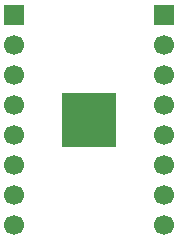
<source format=gbr>
%TF.GenerationSoftware,Altium Limited,Altium Designer,20.1.11 (218)*%
G04 Layer_Color=16711935*
%FSLAX45Y45*%
%MOMM*%
%TF.SameCoordinates,A58613BD-9F4A-4EB4-9302-7A3247439128*%
%TF.FilePolarity,Negative*%
%TF.FileFunction,Soldermask,Bot*%
%TF.Part,Single*%
G01*
G75*
%TA.AperFunction,NonConductor*%
%ADD26R,4.57200X4.57200*%
%TA.AperFunction,ComponentPad*%
%ADD27C,1.70000*%
%ADD28R,1.70000X1.70000*%
%TA.AperFunction,ViaPad*%
%ADD29C,0.70000*%
D26*
X762000Y1016000D02*
D03*
D27*
X1397000Y635000D02*
D03*
X127000Y127000D02*
D03*
Y381000D02*
D03*
Y889000D02*
D03*
Y1397000D02*
D03*
Y1651000D02*
D03*
Y1143000D02*
D03*
Y635000D02*
D03*
X1397000Y127000D02*
D03*
Y381000D02*
D03*
Y889000D02*
D03*
Y1397000D02*
D03*
Y1651000D02*
D03*
Y1143000D02*
D03*
D28*
X127000Y1905000D02*
D03*
X1397000D02*
D03*
D29*
X609600Y1168400D02*
D03*
Y1092200D02*
D03*
Y1016000D02*
D03*
X685800Y1168400D02*
D03*
Y1092200D02*
D03*
Y1016000D02*
D03*
X762000Y1168400D02*
D03*
Y1092200D02*
D03*
Y1016000D02*
D03*
X838200Y1168400D02*
D03*
Y1092200D02*
D03*
Y1016000D02*
D03*
X609600Y939800D02*
D03*
X685800D02*
D03*
X762000D02*
D03*
X838200D02*
D03*
X914400Y1168400D02*
D03*
Y1092200D02*
D03*
Y1016000D02*
D03*
Y939800D02*
D03*
X762000Y863600D02*
D03*
X838200D02*
D03*
X685800D02*
D03*
X609600D02*
D03*
X914400D02*
D03*
%TF.MD5,becc81345d74d3abf6518d3394100485*%
M02*

</source>
